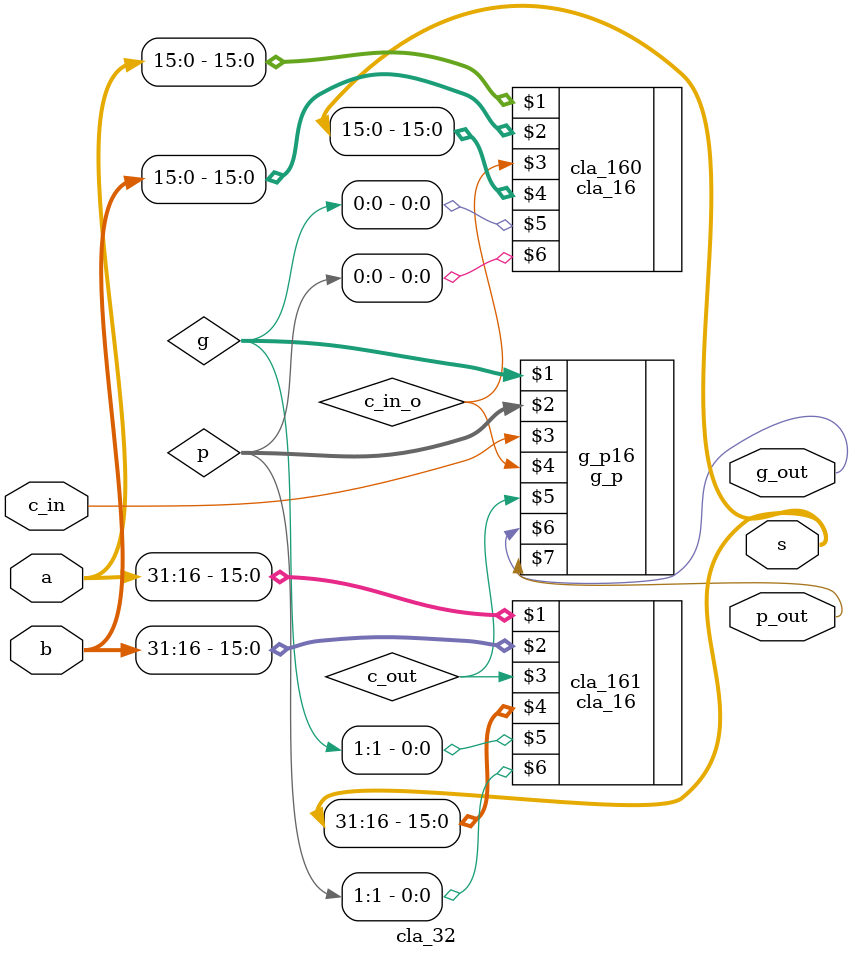
<source format=v>
`timescale 1ns / 1ps
module cla_32(
    input [31:0] a,
    input [31:0] b,
    input c_in,
    output [31:0] s,
    output g_out,
    output p_out
    );
	 wire [1:0] g,p;
	 wire c_out;
	 wire c_in_o;
	 cla_16 cla_160(a[15:0],b[15:0],c_in_o,s[15:0],g[0],p[0]);
	 cla_16 cla_161(a[31:16],b[31:16],c_out,s[31:16],g[1],p[1]);
	 g_p g_p16(g,p,c_in,c_in_o,c_out,g_out,p_out);
	 


endmodule

</source>
